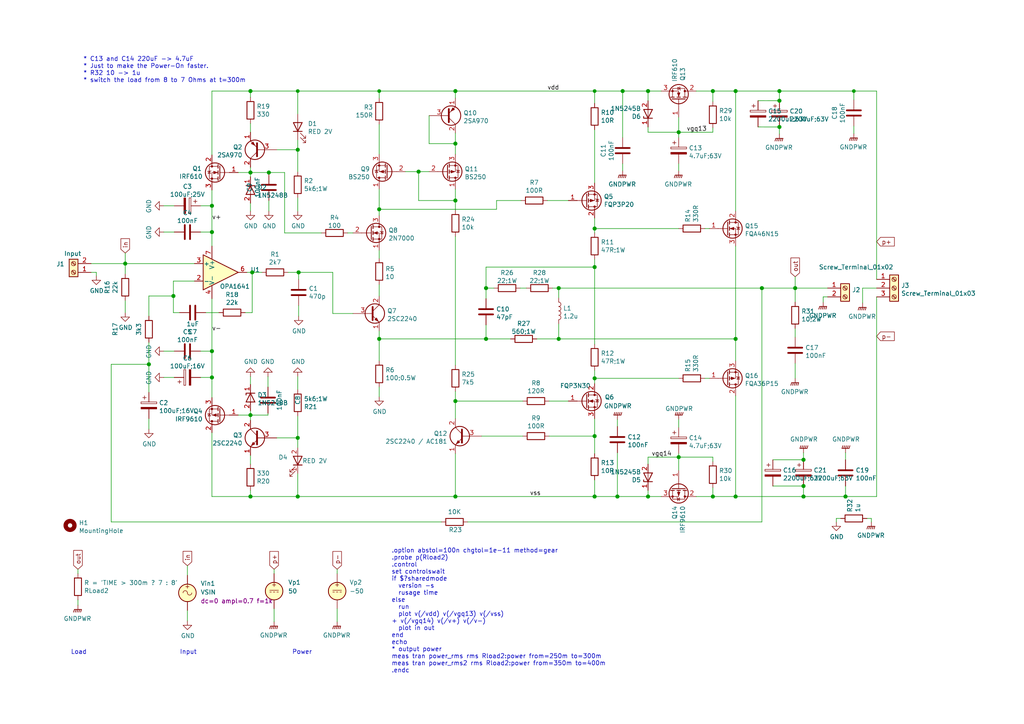
<source format=kicad_sch>
(kicad_sch (version 20231120) (generator "eeschema") (generator_version "8.0")
  (paper "A4")
  (title_block (title "Q17") (date "2021-03-31") (rev "1") (company "by eng. Tiberiu Vicol") (comment 2 "Updated to KiCad version 7.99 by Holger Vogt, September 2023") (comment 3 "Modified for KiCad/ngspice simulation by Holger Vogt, March 2022") (comment 4 "Q17 a QUAD405 audiophile approach"))
  (junction (at 86.36 26.416))
  (junction (at 187.96 144.018) (diameter 1.016))
  (junction (at 109.982 26.416))
  (junction (at 72.644 26.416) (diameter 1.016))
  (junction (at 213.36 26.416) (diameter 1.016))
  (junction (at 73.152 78.994) (diameter 1.016))
  (junction (at 36.322 76.454) (diameter 1.016))
  (junction (at 213.36 98.298) (diameter 1.016))
  (junction (at 162.052 83.566) (diameter 1.016))
  (junction (at 86.36 127) (diameter 1.016))
  (junction (at 245.237 144.018) (diameter 1.016))
  (junction (at 61.468 67.31) (diameter 1.016))
  (junction (at 140.97 98.298) (diameter 1.016))
  (junction (at 196.85 132.588) (diameter 1.016))
  (junction (at 172.466 77.47) (diameter 1.016))
  (junction (at 233.045 140.97) (diameter 1.016))
  (junction (at 206.756 144.018) (diameter 1.016))
  (junction (at 109.982 60.706) (diameter 1.016))
  (junction (at 162.052 98.298) (diameter 1.016))
  (junction (at 109.982 98.298) (diameter 1.016))
  (junction (at 213.36 144.018) (diameter 1.016))
  (junction (at 220.98 83.566) (diameter 1.016))
  (junction (at 43.18 105.664) (diameter 1.016))
  (junction (at 132.08 58.166) (diameter 1.016))
  (junction (at 72.644 144.018) (diameter 1.016))
  (junction (at 172.466 109.728) (diameter 1.016))
  (junction (at 206.756 26.416) (diameter 1.016))
  (junction (at 61.468 59.69) (diameter 1.016))
  (junction (at 86.614 78.994) (diameter 1.016))
  (junction (at 132.08 144.018) (diameter 1.016))
  (junction (at 77.978 50.038) (diameter 1.016))
  (junction (at 226.06 26.416) (diameter 1.016))
  (junction (at 72.644 120.396) (diameter 1.016))
  (junction (at 132.08 41.656) (diameter 1.016))
  (junction (at 172.466 144.018) (diameter 1.016))
  (junction (at 172.466 66.294) (diameter 1.016))
  (junction (at 187.96 26.416) (diameter 1.016))
  (junction (at 61.468 101.854) (diameter 1.016))
  (junction (at 61.468 109.474) (diameter 1.016))
  (junction (at 226.06 36.83) (diameter 1.016))
  (junction (at 230.632 83.566) (diameter 1.016))
  (junction (at 50.292 85.852) (diameter 1.016))
  (junction (at 132.08 26.416) (diameter 1.016))
  (junction (at 140.97 83.566) (diameter 1.016))
  (junction (at 247.65 26.416))
  (junction (at 172.466 26.416))
  (junction (at 233.045 144.018) (diameter 1.016))
  (junction (at 132.08 116.332) (diameter 1.016))
  (junction (at 180.594 26.416) (diameter 1.016))
  (junction (at 121.412 49.784) (diameter 1.016))
  (junction (at 72.644 50.038) (diameter 1.016))
  (junction (at 179.07 144.018) (diameter 1.016))
  (junction (at 86.36 43.434) (diameter 1.016))
  (junction (at 233.045 133.35) (diameter 1.016))
  (junction (at 86.36 144.018) (diameter 1.016))
  (junction (at 226.06 29.21) (diameter 1.016))
  (junction (at 196.85 38.354) (diameter 1.016))
  (junction (at 172.466 126.492) (diameter 1.016))
  (wire (pts (xy 86.614 78.994) (xy 96.52 78.994)))
  (wire (pts (xy 172.466 75.184) (xy 172.466 77.47)))
  (wire (pts (xy 80.264 43.434) (xy 86.36 43.434)))
  (wire (pts (xy 86.36 43.434) (xy 86.36 40.64)))
  (wire (pts (xy 132.08 26.416) (xy 109.982 26.416)))
  (wire (pts (xy 206.756 132.588) (xy 196.85 132.588)))
  (wire (pts (xy 206.756 133.858) (xy 206.756 132.588)))
  (wire (pts (xy 72.644 35.814) (xy 72.644 38.354)))
  (wire (pts (xy 196.85 121.666) (xy 196.85 123.952)))
  (wire (pts (xy 43.18 124.46) (xy 43.18 121.412)))
  (wire (pts (xy 77.978 50.038) (xy 82.55 50.038)))
  (wire (pts (xy 82.55 67.564) (xy 82.55 50.038)))
  (wire (pts (xy 93.218 67.564) (xy 82.55 67.564)))
  (wire (pts (xy 102.362 67.564) (xy 100.838 67.564)))
  (wire (pts (xy 26.416 78.994) (xy 27.94 78.994)))
  (wire (pts (xy 27.94 78.994) (xy 27.94 80.01)))
  (wire (pts (xy 206.756 26.416) (xy 206.756 29.464)))
  (wire (pts (xy 43.18 99.314) (xy 43.18 105.664)))
  (wire (pts (xy 43.18 105.664) (xy 43.18 113.792)))
  (wire (pts (xy 172.466 26.416) (xy 172.466 29.972)))
  (wire (pts (xy 86.36 127) (xy 86.36 120.65)))
  (wire (pts (xy 172.466 121.412) (xy 172.466 126.492)))
  (wire (pts (xy 172.466 126.492) (xy 172.466 131.572)))
  (wire (pts (xy 50.292 81.534) (xy 56.388 81.534)))
  (wire (pts (xy 50.292 85.852) (xy 50.292 81.534)))
  (wire (pts (xy 50.292 90.678) (xy 50.292 85.852)))
  (wire (pts (xy 52.07 90.678) (xy 50.292 90.678)))
  (wire (pts (xy 140.97 77.47) (xy 172.466 77.47)))
  (wire (pts (xy 140.97 83.566) (xy 140.97 77.47)))
  (wire (pts (xy 191.77 26.416) (xy 187.96 26.416)))
  (wire (pts (xy 72.644 48.514) (xy 72.644 50.038)))
  (wire (pts (xy 72.644 50.038) (xy 72.644 51.308)))
  (wire (pts (xy 71.12 90.678) (xy 73.152 90.678)))
  (wire (pts (xy 73.152 90.678) (xy 73.152 78.994)))
  (wire (pts (xy 196.85 47.498) (xy 196.85 49.53)))
  (wire (pts (xy 132.08 68.58) (xy 132.08 105.918)))
  (wire (pts (xy 196.85 34.036) (xy 196.85 38.354)))
  (wire (pts (xy 196.85 38.354) (xy 196.85 39.878)))
  (wire (pts (xy 196.85 38.354) (xy 206.756 38.354)))
  (wire (pts (xy 206.756 38.354) (xy 206.756 37.084)))
  (wire (pts (xy 179.07 123.698) (xy 179.07 121.666)))
  (wire (pts (xy 97.79 176.53) (xy 97.79 180.34)))
  (wire (pts (xy 230.632 80.264) (xy 230.632 83.566)))
  (wire (pts (xy 61.468 125.476) (xy 61.468 144.018)))
  (wire (pts (xy 79.502 165.1) (xy 79.502 166.37)))
  (wire (pts (xy 32.258 105.664) (xy 43.18 105.664)))
  (wire (pts (xy 32.258 151.384) (xy 32.258 105.664)))
  (wire (pts (xy 128.016 151.384) (xy 32.258 151.384)))
  (wire (pts (xy 233.045 144.018) (xy 245.237 144.018)))
  (wire (pts (xy 245.237 140.97) (xy 245.237 144.018)))
  (wire (pts (xy 132.08 38.608) (xy 132.08 41.656)))
  (wire (pts (xy 140.97 83.566) (xy 140.97 86.614)))
  (wire (pts (xy 143.256 83.566) (xy 140.97 83.566)))
  (wire (pts (xy 172.466 37.592) (xy 172.466 53.086)))
  (wire (pts (xy 36.322 73.406) (xy 36.322 76.454)))
  (wire (pts (xy 61.468 86.614) (xy 61.468 101.854)))
  (wire (pts (xy 61.468 101.854) (xy 61.468 109.474)))
  (wire (pts (xy 61.468 109.474) (xy 61.468 115.316)))
  (wire (pts (xy 172.466 26.416) (xy 180.594 26.416)))
  (wire (pts (xy 72.644 142.24) (xy 72.644 144.018)))
  (wire (pts (xy 86.36 26.416) (xy 109.982 26.416)))
  (wire (pts (xy 58.166 109.474) (xy 61.468 109.474)))
  (wire (pts (xy 96.52 90.932) (xy 96.52 78.994)))
  (wire (pts (xy 102.362 90.932) (xy 96.52 90.932)))
  (wire (pts (xy 22.606 165.1) (xy 22.606 166.37)))
  (wire (pts (xy 150.876 83.566) (xy 152.654 83.566)))
  (wire (pts (xy 160.274 83.566) (xy 162.052 83.566)))
  (wire (pts (xy 162.052 86.36) (xy 162.052 83.566)))
  (wire (pts (xy 254.254 144.018) (xy 245.237 144.018)))
  (wire (pts (xy 238.76 86.106) (xy 240.03 86.106)))
  (wire (pts (xy 238.76 87.63) (xy 238.76 86.106)))
  (wire (pts (xy 61.468 55.118) (xy 61.468 59.69)))
  (wire (pts (xy 61.468 59.69) (xy 61.468 67.31)))
  (wire (pts (xy 61.468 67.31) (xy 61.468 71.374)))
  (wire (pts (xy 132.08 116.332) (xy 151.638 116.332)))
  (wire (pts (xy 159.258 116.332) (xy 164.846 116.332)))
  (wire (pts (xy 220.98 83.566) (xy 220.98 151.384)))
  (wire (pts (xy 220.98 151.384) (xy 135.636 151.384)))
  (wire (pts (xy 58.166 67.31) (xy 61.468 67.31)))
  (wire (pts (xy 155.702 98.298) (xy 162.052 98.298)))
  (wire (pts (xy 162.052 93.98) (xy 162.052 98.298)))
  (wire (pts (xy 79.502 176.53) (xy 79.502 180.34)))
  (wire (pts (xy 204.47 66.294) (xy 205.74 66.294)))
  (wire (pts (xy 204.47 109.728) (xy 205.74 109.728)))
  (wire (pts (xy 47.498 67.31) (xy 50.546 67.31)))
  (wire (pts (xy 187.96 26.416) (xy 180.594 26.416)))
  (wire (pts (xy 206.756 26.416) (xy 201.93 26.416)))
  (wire (pts (xy 213.36 26.416) (xy 206.756 26.416)))
  (wire (pts (xy 213.36 61.214) (xy 213.36 26.416)))
  (wire (pts (xy 77.724 119.888) (xy 77.724 120.396)))
  (wire (pts (xy 77.724 120.396) (xy 72.644 120.396)))
  (wire (pts (xy 206.756 141.478) (xy 206.756 144.018)))
  (wire (pts (xy 213.36 71.374) (xy 213.36 98.298)))
  (wire (pts (xy 213.36 98.298) (xy 213.36 104.648)))
  (wire (pts (xy 132.08 113.538) (xy 132.08 116.332)))
  (wire (pts (xy 139.7 126.492) (xy 151.638 126.492)))
  (wire (pts (xy 159.258 126.492) (xy 172.466 126.492)))
  (wire (pts (xy 254.254 86.106) (xy 254.254 144.018)))
  (wire (pts (xy 72.644 111.506) (xy 72.644 109.22)))
  (wire (pts (xy 47.498 101.854) (xy 50.546 101.854)))
  (wire (pts (xy 172.466 107.442) (xy 172.466 109.728)))
  (wire (pts (xy 172.466 109.728) (xy 172.466 111.252)))
  (wire (pts (xy 132.08 116.332) (xy 132.08 121.412)))
  (wire (pts (xy 187.96 36.83) (xy 187.96 38.354)))
  (wire (pts (xy 187.96 38.354) (xy 196.85 38.354)))
  (wire (pts (xy 247.65 36.576) (xy 247.65 38.735)))
  (wire (pts (xy 86.36 113.03) (xy 86.36 109.22)))
  (wire (pts (xy 172.466 77.47) (xy 172.466 99.822)))
  (wire (pts (xy 109.982 54.864) (xy 109.982 60.706)))
  (wire (pts (xy 109.982 60.706) (xy 109.982 62.484)))
  (wire (pts (xy 109.982 72.644) (xy 109.982 74.93)))
  (wire (pts (xy 109.982 82.55) (xy 109.982 85.852)))
  (wire (pts (xy 83.566 78.994) (xy 86.614 78.994)))
  (wire (pts (xy 86.614 78.994) (xy 86.614 81.026)))
  (wire (pts (xy 77.978 50.038) (xy 72.644 50.038)))
  (wire (pts (xy 77.978 50.546) (xy 77.978 50.038)))
  (wire (pts (xy 132.08 41.656) (xy 132.08 44.704)))
  (wire (pts (xy 26.416 76.454) (xy 36.322 76.454)))
  (wire (pts (xy 36.322 76.454) (xy 36.322 79.502)))
  (wire (pts (xy 36.322 76.454) (xy 56.388 76.454)))
  (wire (pts (xy 140.97 94.234) (xy 140.97 98.298)))
  (wire (pts (xy 140.97 98.298) (xy 148.082 98.298)))
  (wire (pts (xy 86.36 57.404) (xy 86.36 61.214)))
  (wire (pts (xy 172.466 109.728) (xy 196.85 109.728)))
  (wire (pts (xy 58.166 59.69) (xy 61.468 59.69)))
  (wire (pts (xy 121.412 49.784) (xy 117.602 49.784)))
  (wire (pts (xy 36.322 87.122) (xy 36.322 90.678)))
  (wire (pts (xy 132.08 26.416) (xy 132.08 28.448)))
  (wire (pts (xy 179.07 144.018) (xy 172.466 144.018)))
  (wire (pts (xy 206.756 144.018) (xy 201.93 144.018)))
  (wire (pts (xy 213.36 114.808) (xy 213.36 144.018)))
  (wire (pts (xy 213.36 144.018) (xy 206.756 144.018)))
  (wire (pts (xy 132.08 131.572) (xy 132.08 144.018)))
  (wire (pts (xy 132.08 144.018) (xy 172.466 144.018)))
  (wire (pts (xy 172.466 144.018) (xy 172.466 139.192)))
  (wire (pts (xy 230.632 83.566) (xy 240.03 83.566)))
  (wire (pts (xy 124.46 33.528) (xy 124.46 41.656)))
  (wire (pts (xy 132.08 26.416) (xy 172.466 26.416)))
  (wire (pts (xy 245.237 133.35) (xy 245.237 131.318)))
  (wire (pts (xy 224.155 140.97) (xy 233.045 140.97)))
  (wire (pts (xy 72.644 121.92) (xy 72.644 120.396)))
  (wire (pts (xy 61.468 26.416) (xy 72.644 26.416)))
  (wire (pts (xy 61.468 44.958) (xy 61.468 26.416)))
  (wire (pts (xy 219.8627 36.818) (xy 226.06 36.83)))
  (wire (pts (xy 179.07 131.318) (xy 179.07 144.018)))
  (wire (pts (xy 43.18 85.852) (xy 43.18 91.694)))
  (wire (pts (xy 50.292 85.852) (xy 43.18 85.852)))
  (wire (pts (xy 72.644 26.416) (xy 86.36 26.416)))
  (wire (pts (xy 72.644 28.194) (xy 72.644 26.416)))
  (wire (pts (xy 86.36 26.416) (xy 86.36 33.02)))
  (wire (pts (xy 187.96 142.24) (xy 187.96 144.018)))
  (wire (pts (xy 97.79 165.1) (xy 97.79 166.37)))
  (wire (pts (xy 59.69 90.678) (xy 63.5 90.678)))
  (wire (pts (xy 121.412 58.166) (xy 121.412 49.784)))
  (wire (pts (xy 132.08 58.166) (xy 121.412 58.166)))
  (wire (pts (xy 144.018 58.166) (xy 151.13 58.166)))
  (wire (pts (xy 109.982 112.268) (xy 109.982 115.062)))
  (wire (pts (xy 213.36 144.018) (xy 233.045 144.018)))
  (wire (pts (xy 233.045 140.97) (xy 233.045 144.018)))
  (wire (pts (xy 61.468 144.018) (xy 72.644 144.018)))
  (wire (pts (xy 86.36 144.018) (xy 86.36 137.414)))
  (wire (pts (xy 71.628 78.994) (xy 73.152 78.994)))
  (wire (pts (xy 73.152 78.994) (xy 75.946 78.994)))
  (wire (pts (xy 224.155 133.35) (xy 233.045 133.35)))
  (wire (pts (xy 196.85 131.572) (xy 196.85 132.588)))
  (wire (pts (xy 196.85 132.588) (xy 196.85 136.398)))
  (wire (pts (xy 179.07 144.018) (xy 187.96 144.018)))
  (wire (pts (xy 187.96 144.018) (xy 191.77 144.018)))
  (wire (pts (xy 121.412 49.784) (xy 124.46 49.784)))
  (wire (pts (xy 162.052 83.566) (xy 220.98 83.566)))
  (wire (pts (xy 220.98 83.566) (xy 230.632 83.566)))
  (wire (pts (xy 230.632 83.566) (xy 230.632 87.63)))
  (wire (pts (xy 247.65 26.416) (xy 254.254 26.416)))
  (wire (pts (xy 180.594 26.416) (xy 180.594 39.878)))
  (wire (pts (xy 72.644 120.396) (xy 72.644 119.126)))
  (wire (pts (xy 144.018 58.166) (xy 144.018 60.706)))
  (wire (pts (xy 144.018 60.706) (xy 109.982 60.706)))
  (wire (pts (xy 251.46 150.368) (xy 252.73 150.368)))
  (wire (pts (xy 252.73 150.368) (xy 252.73 151.384)))
  (wire (pts (xy 242.57 150.368) (xy 243.84 150.368)))
  (wire (pts (xy 242.57 151.384) (xy 242.57 150.368)))
  (wire (pts (xy 58.166 101.854) (xy 61.468 101.854)))
  (wire (pts (xy 109.982 98.298) (xy 109.982 104.648)))
  (wire (pts (xy 140.97 98.298) (xy 109.982 98.298)))
  (wire (pts (xy 69.088 120.396) (xy 72.644 120.396)))
  (wire (pts (xy 226.06 26.416) (xy 247.65 26.416)))
  (wire (pts (xy 250.19 83.566) (xy 250.19 87.884)))
  (wire (pts (xy 254.254 83.566) (xy 250.19 83.566)))
  (wire (pts (xy 172.466 63.246) (xy 172.466 66.294)))
  (wire (pts (xy 172.466 66.294) (xy 172.466 67.564)))
  (wire (pts (xy 162.052 98.298) (xy 213.36 98.298)))
  (wire (pts (xy 47.498 109.474) (xy 50.546 109.474)))
  (wire (pts (xy 219.8627 29.198) (xy 226.06 29.21)))
  (wire (pts (xy 47.498 59.69) (xy 50.546 59.69)))
  (wire (pts (xy 86.36 127) (xy 86.36 129.794)))
  (wire (pts (xy 86.36 144.018) (xy 132.08 144.018)))
  (wire (pts (xy 254.254 26.416) (xy 254.254 81.026)))
  (wire (pts (xy 158.75 58.166) (xy 164.846 58.166)))
  (wire (pts (xy 22.606 173.99) (xy 22.606 175.514)))
  (wire (pts (xy 86.36 43.434) (xy 86.36 49.784)))
  (wire (pts (xy 77.978 61.214) (xy 77.978 58.166)))
  (wire (pts (xy 187.96 132.588) (xy 196.85 132.588)))
  (wire (pts (xy 187.96 134.62) (xy 187.96 132.588)))
  (wire (pts (xy 72.644 58.928) (xy 72.644 61.214)))
  (wire (pts (xy 132.08 54.864) (xy 132.08 58.166)))
  (wire (pts (xy 132.08 58.166) (xy 132.08 60.96)))
  (wire (pts (xy 247.65 26.416) (xy 247.65 28.956)))
  (wire (pts (xy 77.724 109.22) (xy 77.724 112.268)))
  (wire (pts (xy 80.264 127) (xy 86.36 127)))
  (wire (pts (xy 230.632 105.41) (xy 230.632 109.728)))
  (wire (pts (xy 69.088 50.038) (xy 72.644 50.038)))
  (wire (pts (xy 54.356 164.084) (xy 54.356 166.878)))
  (wire (pts (xy 86.614 88.646) (xy 86.614 91.694)))
  (wire (pts (xy 230.632 95.25) (xy 230.632 97.79)))
  (wire (pts (xy 226.06 36.83) (xy 226.06 38.862)))
  (wire (pts (xy 187.96 26.416) (xy 187.96 29.21)))
  (wire (pts (xy 172.466 66.294) (xy 196.85 66.294)))
  (wire (pts (xy 109.982 96.012) (xy 109.982 98.298)))
  (wire (pts (xy 180.594 47.498) (xy 180.594 49.53)))
  (wire (pts (xy 54.356 180.086) (xy 54.356 177.038)))
  (wire (pts (xy 72.644 144.018) (xy 86.36 144.018)))
  (wire (pts (xy 233.045 133.35) (xy 233.045 131.318)))
  (wire (pts (xy 109.982 36.068) (xy 109.982 44.704)))
  (wire (pts (xy 132.08 41.656) (xy 124.46 41.656)))
  (wire (pts (xy 226.06 26.416) (xy 213.36 26.416)))
  (wire (pts (xy 226.06 29.21) (xy 226.06 26.416)))
  (wire (pts (xy 72.644 134.62) (xy 72.644 132.08)))
  (wire (pts (xy 109.982 26.416) (xy 109.982 28.448)))
  (text "Load" (at 22.86 189.23 0) (effects (font (size 1.27 1.27))))
  (text "Input" (at 54.61 189.23 0) (effects (font (size 1.27 1.27))))
  (text "\n\n" (at 114.046 160.02 0) (effects (font (size 1.27 1.27)) (justify left bottom)))
  (text ".option abstol=100n chgtol=1e-11 method=gear\n.probe p(Rload2)\n.control\nset controlswait\nif $?sharedmode\n  version -s\n  rusage time\nelse\n  run\n  plot v(/vdd) v(/vgq13) v(/vss) \n+ v(/vgq14) v(/v+) v(/v-)\n  plot in out\nend\necho\n* output power\nmeas tran power_rms rms Rload2:power from=250m to=300m\nmeas tran power_rms2 rms Rload2:power from=350m to=400m\n.endc\n" (at 113.538 195.326 0) (effects (font (size 1.27 1.27)) (justify left bottom)))
  (text "* C13 and C14 220uF -> 4.7uF\n* Just to make the Power-On faster.\n* R32 10 -> 1u\n* switch the load from 8 to 7 Ohms at t=300m" (at 24.13 24.13 0) (effects (font (size 1.27 1.27)) (justify left bottom)))
  (text "Power" (at 87.63 189.23 0) (effects (font (size 1.27 1.27))))
  (label "v+" (at 61.468 64.008 0))
  (label "v-" (at 61.468 96.266 0))
  (label "vgq14" (at 188.976 132.588 0))
  (label "vss" (at 153.67 144.018 0))
  (label "vdd" (at 158.75 26.416 0))
  (label "vgq13" (at 199.136 38.354 0))
  (global_label "p+" (shape input) (at 79.502 165.1 90) (property "Intersheetrefs" "${INTERSHEET_REFS}" (effects (hide yes))))
  (global_label "out" (shape input) (at 22.606 165.1 90) (property "Intersheetrefs" "${INTERSHEET_REFS}" (effects (hide yes))))
  (global_label "p-" (shape input) (at 254.254 97.536 0) (property "Intersheetrefs" "${INTERSHEET_REFS}" (effects (hide yes))))
  (global_label "p-" (shape input) (at 97.79 165.1 90) (property "Intersheetrefs" "${INTERSHEET_REFS}" (effects (hide yes))))
  (global_label "p+" (shape input) (at 254.254 70.104 0) (property "Intersheetrefs" "${INTERSHEET_REFS}" (effects (hide yes))))
  (global_label "out" (shape input) (at 230.632 80.264 90) (property "Intersheetrefs" "${INTERSHEET_REFS}" (effects (hide yes))))
  (global_label "in" (shape input) (at 54.356 164.084 90) (property "Intersheetrefs" "${INTERSHEET_REFS}" (effects (hide yes))))
  (global_label "in" (shape input) (at 36.322 73.406 90) (property "Intersheetrefs" "${INTERSHEET_REFS}" (effects (hide yes))))
  (symbol (lib_id "Device:Q_NPN_ECB") (at 134.62 126.492 0) (mirror y) (unit 1)
    (property "Reference" "Q12" (at 129.7686 125.7311 0) (effects (justify left)))
    (property "Value" "2SC2240 / AC181" (at 129.7686 128.0298 0) (effects (justify left)))
    (property "Footprint" "Package_TO_SOT_THT:TO-92" (effects (hide yes)))
    (property "Sim.Library" "all_devices.lib" (effects (hide yes)))
    (property "Sim.Name" "Q2SC2240" (effects (hide yes)))
    (property "Sim.Pins" "2=1 3=2 1=3" (effects (hide yes)))
  )
  (symbol (lib_id "Simulation_SPICE:VDC") (at 79.502 171.45 0) (unit 1)
    (property "Reference" "Vp1" (at 83.566 168.9099 0) (effects (justify left)))
    (property "Value" "50" (at 83.566 171.4499 0) (effects (justify left)))
    (property "Sim.Device" "V" (effects (hide yes)))
    (property "Sim.Type" "DC" (effects (hide yes)))
    (property "Sim.Pins" "1=+ 2=-" (effects (hide yes)))
  )
  (symbol (lib_id "Device:R") (at 172.466 135.382 0) (unit 1)
    (property "Reference" "R13" (at 174.2441 134.2326 0) (effects (justify left)))
    (property "Value" "10R" (at 174.2441 136.5313 0) (effects (justify left)))
    (property "Footprint" "Resistor_THT:R_Axial_DIN0207_L6.3mm_D2.5mm_P10.16mm_Horizontal" (effects (hide yes)))
  )
  (symbol (lib_id "Device:C_Polarized") (at 226.06 33.02 0) (unit 1)
    (property "Reference" "C20" (at 228.9811 32.2591 0) (effects (justify left)))
    (property "Value" "2200uF;63V" (at 228.9811 34.5578 0) (effects (justify left)))
    (property "Footprint" "Capacitor_THT:CP_Radial_D22.0mm_P10.00mm_SnapIn" (effects (hide yes)))
  )
  (symbol (lib_id "power:GND") (at 36.322 90.678 0) (unit 1)
    (property "Reference" "#PWR0113" (effects (hide yes)))
    (property "Value" "GND" (at 36.4363 95.0024 0))
  )
  (symbol (lib_id "Device:C_Polarized") (at 233.045 137.16 0) (unit 1)
    (property "Reference" "C21" (at 235.9661 136.3991 0) (effects (justify left)))
    (property "Value" "2200uF;63V" (at 235.9661 138.6978 0) (effects (justify left)))
    (property "Footprint" "Capacitor_THT:CP_Radial_D22.0mm_P10.00mm_SnapIn" (effects (hide yes)))
  )
  (symbol (lib_id "Device:Q_PNP_ECB") (at 129.54 33.528 0) (mirror x) (unit 1)
    (property "Reference" "Q10" (at 134.3915 32.7671 0) (effects (justify left)))
    (property "Value" "2SA970" (at 134.3915 35.0658 0) (effects (justify left)))
    (property "Footprint" "Package_TO_SOT_THT:TO-92" (effects (hide yes)))
    (property "Sim.Library" "all_devices.lib" (effects (hide yes)))
    (property "Sim.Name" "QSA970" (effects (hide yes)))
    (property "Sim.Pins" "2=1 3=2 1=3" (effects (hide yes)))
  )
  (symbol (lib_id "Device:R") (at 230.632 91.44 0) (unit 1)
    (property "Reference" "R31" (at 232.4101 90.2906 0) (effects (justify left)))
    (property "Value" "10;2W" (at 232.41 92.589 0) (effects (justify left)))
    (property "Footprint" "Resistor_THT:R_Axial_DIN0309_L9.0mm_D3.2mm_P12.70mm_Horizontal" (effects (hide yes)))
  )
  (symbol (lib_id "Device:C") (at 54.356 67.31 90) (unit 1)
    (property "Reference" "C4" (at 54.356 61.7178 90))
    (property "Value" "100nF" (at 54.356 64.0165 90))
    (property "Footprint" "Capacitor_THT:C_Disc_D7.5mm_W2.5mm_P5.00mm" (effects (hide yes)))
    (property "Datasheet" "https://ro.mouser.com/datasheet/2/212/1/KEM_F3101_R82-1103738.pdf" (effects (hide yes)))
    (property "Sim.Device" "SPICE" (effects (hide yes)))
    (property "Sim.Params" "type=\"C\" model=\"100n\" lib=\"\"" (effects (hide yes)))
    (property "Sim.Pins" "1=1 2=2" (effects (hide yes)))
  )
  (symbol (lib_name "Connector:Screw_Terminal_01x02_1") (lib_id "Connector:Screw_Terminal_01x02") (at 245.11 83.566 0) (unit 1) (exclude_from_sim yes)
    (property "Reference" "J2" (at 247.1421 84.0751 0) (effects (justify left)))
    (property "Value" "Screw_Terminal_01x02" (at 237.49 77.47 0) (effects (justify left)))
    (property "Footprint" "Connector_AMASS:AMASS_XT30U-F_1x02_P5.0mm_Vertical" (effects (hide yes)))
  )
  (symbol (lib_id "power:GND") (at 43.18 124.46 0) (unit 1)
    (property "Reference" "#PWR0107" (effects (hide yes)))
    (property "Value" "GND" (at 43.2943 128.7844 0))
  )
  (symbol (lib_id "Device:R") (at 79.756 78.994 90) (unit 1)
    (property "Reference" "R1" (at 79.756 73.7678 90))
    (property "Value" "2k7" (at 79.756 76.0665 90))
    (property "Footprint" "Resistor_THT:R_Axial_DIN0207_L6.3mm_D2.5mm_P10.16mm_Horizontal" (effects (hide yes)))
  )
  (symbol (lib_id "power:GNDPWR") (at 196.85 121.666 180) (unit 1)
    (property "Reference" "#PWR0121" (effects (hide yes)))
    (property "Value" "GNDPWR" (at 196.977 118.525 0))
  )
  (symbol (lib_id "Device:C") (at 179.07 127.508 0) (unit 1)
    (property "Reference" "C12" (at 181.9911 126.7471 0) (effects (justify left)))
    (property "Value" "100nF" (at 181.9911 129.0458 0) (effects (justify left)))
    (property "Footprint" "Capacitor_THT:C_Disc_D7.5mm_W2.5mm_P5.00mm" (effects (hide yes)))
    (property "Datasheet" "https://ro.mouser.com/datasheet/2/212/1/KEM_F3101_R82-1103738.pdf" (effects (hide yes)))
    (property "Sim.Device" "SPICE" (effects (hide yes)))
    (property "Sim.Params" "type=\"C\" model=\"100n\" lib=\"\"" (effects (hide yes)))
    (property "Sim.Pins" "1=1 2=2" (effects (hide yes)))
  )
  (symbol (lib_id "Device:R") (at 172.466 71.374 0) (unit 1)
    (property "Reference" "R11" (at 174.2441 70.2246 0) (effects (justify left)))
    (property "Value" "47R;1W" (at 174.2441 72.5233 0) (effects (justify left)))
    (property "Footprint" "Resistor_THT:R_Axial_DIN0411_L9.9mm_D3.6mm_P12.70mm_Horizontal" (effects (hide yes)))
  )
  (symbol (lib_id "Device:R") (at 155.448 126.492 90) (unit 1)
    (property "Reference" "R9" (at 155.448 121.2658 90))
    (property "Value" "100R" (at 155.448 123.565 90))
    (property "Footprint" "Resistor_THT:R_Axial_DIN0207_L6.3mm_D2.5mm_P10.16mm_Horizontal" (effects (hide yes)))
  )
  (symbol (lib_id "Device:R") (at 86.36 116.84 0) (mirror x) (unit 1)
    (property "Reference" "R21" (at 88.1381 117.9894 0) (effects (justify left)))
    (property "Value" "5k6;1W" (at 88.138 115.691 0) (effects (justify left)))
    (property "Footprint" "Resistor_THT:R_Axial_DIN0207_L6.3mm_D2.5mm_P10.16mm_Horizontal" (effects (hide yes)))
  )
  (symbol (lib_id "Device:LED") (at 86.36 36.83 90) (unit 1)
    (property "Reference" "D1" (at 89.2811 35.8711 90) (effects (justify right)))
    (property "Value" "RED 2V" (at 89.2811 38.1698 90) (effects (justify right)))
    (property "Footprint" "LED_THT:LED_D5.0mm_Clear" (effects (hide yes)))
    (property "Sim.Library" "all_devices.lib" (effects (hide yes)))
    (property "Sim.Name" "LED1" (effects (hide yes)))
    (property "Sim.Pins" "2=1 1=2" (effects (hide yes)))
  )
  (symbol (lib_id "Device:Q_NPN_ECB") (at 75.184 127 0) (mirror y) (unit 1)
    (property "Reference" "Q3" (at 70.3326 126.2391 0) (effects (justify left)))
    (property "Value" "2SC2240" (at 70.3326 128.5378 0) (effects (justify left)))
    (property "Footprint" "Package_TO_SOT_THT:TO-92" (effects (hide yes)))
    (property "Sim.Library" "all_devices.lib" (effects (hide yes)))
    (property "Sim.Name" "Q2SC2240" (effects (hide yes)))
    (property "Sim.Pins" "2=1 3=2 1=3" (effects (hide yes)))
  )
  (symbol (lib_id "Device:C_Polarized") (at 224.155 137.16 0) (unit 1)
    (property "Reference" "C16" (at 227.0761 136.3991 0) (effects (justify left)))
    (property "Value" "2200uF;63V" (at 227.0761 138.6978 0) (effects (justify left)))
    (property "Footprint" "Capacitor_THT:CP_Radial_D18.0mm_P7.50mm" (effects (hide yes)))
  )
  (symbol (lib_id "Device:R") (at 200.66 109.728 90) (unit 1)
    (property "Reference" "R15" (at 199.5106 107.9499 0) (effects (justify left)))
    (property "Value" "330R" (at 201.8093 107.9499 0) (effects (justify left)))
    (property "Footprint" "Resistor_THT:R_Axial_DIN0207_L6.3mm_D2.5mm_P10.16mm_Horizontal" (effects (hide yes)))
  )
  (symbol (lib_id "power:GNDPWR") (at 179.07 121.666 180) (unit 1)
    (property "Reference" "#PWR0120" (effects (hide yes)))
    (property "Value" "GNDPWR" (at 179.197 117.748 0))
  )
  (symbol (lib_id "Device:C") (at 180.594 43.688 180) (unit 1)
    (property "Reference" "C11" (at 175.0018 43.688 90))
    (property "Value" "100nF" (at 177.3005 43.688 90))
    (property "Footprint" "Capacitor_THT:C_Disc_D7.5mm_W2.5mm_P5.00mm" (effects (hide yes)))
    (property "Datasheet" "https://ro.mouser.com/datasheet/2/212/1/KEM_F3101_R82-1103738.pdf" (effects (hide yes)))
    (property "Sim.Device" "SPICE" (effects (hide yes)))
    (property "Sim.Params" "type=\"C\" model=\"100n\" lib=\"\"" (effects (hide yes)))
    (property "Sim.Pins" "1=1 2=2" (effects (hide yes)))
  )
  (symbol (lib_id "power:GND") (at 242.57 151.384 0) (unit 1)
    (property "Reference" "#PWR0124" (effects (hide yes)))
    (property "Value" "GND" (at 242.6843 155.7084 0))
  )
  (symbol (lib_id "power:GNDPWR") (at 250.19 87.884 0) (unit 1)
    (property "Reference" "#PWR0128" (effects (hide yes)))
    (property "Value" "GNDPWR" (at 250.063 91.802 0))
  )
  (symbol (lib_id "Device:C") (at 77.978 54.356 180) (unit 1)
    (property "Reference" "C9" (at 72.3858 54.356 90))
    (property "Value" "100nF" (at 74.6845 54.356 90))
    (property "Footprint" "Capacitor_THT:C_Disc_D7.5mm_W2.5mm_P5.00mm" (effects (hide yes)))
    (property "Datasheet" "https://ro.mouser.com/datasheet/2/212/1/KEM_F3101_R82-1103738.pdf" (effects (hide yes)))
    (property "Sim.Device" "SPICE" (effects (hide yes)))
    (property "Sim.Params" "type=\"C\" model=\"100n\" lib=\"\"" (effects (hide yes)))
    (property "Sim.Pins" "1=1 2=2" (effects (hide yes)))
  )
  (symbol (lib_id "power:GND") (at 27.94 80.01 0) (unit 1)
    (property "Reference" "#PWR0114" (effects (hide yes)))
    (property "Value" "GND" (at 28.0543 84.3344 0))
  )
  (symbol (lib_name "LED_1") (lib_id "Device:LED") (at 86.36 133.604 270) (mirror x) (unit 1)
    (property "Reference" "D4" (at 83.4389 132.6451 90) (effects (justify right)))
    (property "Value" "RED 2V" (at 94.8689 133.6738 90) (effects (justify right)))
    (property "Footprint" "LED_THT:LED_D5.0mm_Clear" (effects (hide yes)))
    (property "Sim.Library" "all_devices.lib" (effects (hide yes)))
    (property "Sim.Name" "LED1" (effects (hide yes)))
    (property "Sim.Pins" "2=1 1=2" (effects (hide yes)))
  )
  (symbol (lib_id "Device:R") (at 200.66 66.294 90) (unit 1)
    (property "Reference" "R14" (at 199.5106 64.5159 0) (effects (justify left)))
    (property "Value" "330R" (at 201.8093 64.5159 0) (effects (justify left)))
    (property "Footprint" "Resistor_THT:R_Axial_DIN0207_L6.3mm_D2.5mm_P10.16mm_Horizontal" (effects (hide yes)))
  )
  (symbol (lib_id "Device:R") (at 172.466 33.782 0) (unit 1)
    (property "Reference" "R10" (at 174.2441 32.6326 0) (effects (justify left)))
    (property "Value" "10R" (at 174.2441 34.9313 0) (effects (justify left)))
    (property "Footprint" "Resistor_THT:R_Axial_DIN0207_L6.3mm_D2.5mm_P10.16mm_Horizontal" (effects (hide yes)))
  )
  (symbol (lib_id "power:GNDPWR") (at 233.045 131.318 180) (unit 1)
    (property "Reference" "#PWR0125" (effects (hide yes)))
    (property "Value" "GNDPWR" (at 233.172 127.4 0))
  )
  (symbol (lib_id "Device:R") (at 147.066 83.566 90) (unit 1)
    (property "Reference" "R26" (at 147.066 79.1168 90))
    (property "Value" "22;1W" (at 147.066 81.4155 90))
    (property "Footprint" "Resistor_THT:R_Axial_DIN0207_L6.3mm_D2.5mm_P10.16mm_Horizontal" (effects (hide yes)))
  )
  (symbol (lib_name "D_Zener_2") (lib_id "Device:D_Zener") (at 187.96 33.02 90) (unit 1)
    (property "Reference" "D6" (at 185.9279 33.7809 90) (effects (justify left)))
    (property "Value" "1N5245B" (at 185.9279 31.4822 90) (effects (justify left)))
    (property "Footprint" "Diode_THT:D_DO-35_SOD27_P7.62mm_Horizontal" (effects (hide yes)))
    (property "Sim.Library" "all_devices.lib" (effects (hide yes)))
    (property "Sim.Name" "D1N5245/TEMP" (effects (hide yes)))
    (property "Sim.Pins" "2=1 1=2" (effects (hide yes)))
  )
  (symbol (lib_id "Device:R") (at 36.322 83.312 180) (unit 1)
    (property "Reference" "R16" (at 31.0958 83.312 90))
    (property "Value" "22k" (at 33.3945 83.312 90))
    (property "Footprint" "Resistor_THT:R_Axial_DIN0207_L6.3mm_D2.5mm_P10.16mm_Horizontal" (effects (hide yes)))
  )
  (symbol (lib_id "power:GNDPWR") (at 226.06 38.862 0) (unit 1)
    (property "Reference" "#PWR0118" (effects (hide yes)))
    (property "Value" "GNDPWR" (at 225.933 42.78 0))
  )
  (symbol (lib_id "Device:Q_NPN_ECB") (at 107.442 90.932 0) (unit 1)
    (property "Reference" "Q7" (at 112.2935 90.1711 0) (effects (justify left)))
    (property "Value" "2SC2240" (at 112.2935 92.4698 0) (effects (justify left)))
    (property "Footprint" "Package_TO_SOT_THT:TO-92" (effects (hide yes)))
    (property "Sim.Library" "all_devices.lib" (effects (hide yes)))
    (property "Sim.Name" "Q2SC2240" (effects (hide yes)))
    (property "Sim.Pins" "2=1 3=2 1=3" (effects (hide yes)))
  )
  (symbol (lib_id "Device:C") (at 55.88 90.678 270) (unit 1)
    (property "Reference" "C7" (at 55.88 96.2702 90))
    (property "Value" "1uF" (at 55.88 93.9715 90))
    (property "Footprint" "Capacitor_THT:CP_Axial_L26.5mm_D20.0mm_P33.00mm_Horizontal" (effects (hide yes)))
  )
  (symbol (lib_id "Device:C_Polarized") (at 54.356 109.474 90) (unit 1)
    (property "Reference" "C6" (at 54.356 103.8818 90))
    (property "Value" "100uF;16V" (at 54.356 106.1805 90))
    (property "Footprint" "Capacitor_THT:C_Radial_D10.0mm_H12.5mm_P5.00mm" (effects (hide yes)))
  )
  (symbol (lib_id "Device:Q_NMOS_GDS") (at 210.82 66.294 0) (unit 1)
    (property "Reference" "Q15" (at 216.0271 65.5331 0) (effects (justify left)))
    (property "Value" "FQA46N15" (at 216.0271 67.8318 0) (effects (justify left)))
    (property "Footprint" "Package_TO_SOT_THT:TO-3P-3_Horizontal_TabDown" (effects (hide yes)))
    (property "Sim.Library" "all_devices.lib" (effects (hide yes)))
    (property "Sim.Name" "FQA46N15" (effects (hide yes)))
    (property "Sim.Pins" "2=1 1=2 3=3" (effects (hide yes)))
  )
  (symbol (lib_id "Device:C_Polarized") (at 196.85 43.688 0) (unit 1)
    (property "Reference" "C13" (at 199.7711 42.9271 0) (effects (justify left)))
    (property "Value" "4.7uF;63V" (at 199.7711 45.2258 0) (effects (justify left)))
    (property "Footprint" "Capacitor_THT:CP_Radial_D10.0mm_P5.00mm_P7.50mm" (effects (hide yes)))
  )
  (symbol (lib_id "Device:L") (at 162.052 90.17 0) (unit 1)
    (property "Reference" "L1" (at 163.3221 89.4091 0) (effects (justify left)))
    (property "Value" "1.2u" (at 163.3221 91.7078 0) (effects (justify left)))
    (property "Footprint" "inductor:L" (effects (hide yes)))
  )
  (symbol (lib_id "Device:R") (at 72.644 32.004 0) (unit 1)
    (property "Reference" "R19" (at 74.4221 30.8546 0) (effects (justify left)))
    (property "Value" "330" (at 74.422 33.153 0) (effects (justify left)))
    (property "Footprint" "Resistor_THT:R_Axial_DIN0207_L6.3mm_D2.5mm_P10.16mm_Horizontal" (effects (hide yes)))
  )
  (symbol (lib_id "Device:C_Polarized") (at 43.18 117.602 0) (unit 1)
    (property "Reference" "C2" (at 46.1011 116.8411 0) (effects (justify left)))
    (property "Value" "100uF;16V" (at 46.1011 119.1398 0) (effects (justify left)))
    (property "Footprint" "Capacitor_THT:C_Radial_D10.0mm_H12.5mm_P5.00mm" (effects (hide yes)))
  )
  (symbol (lib_id "Device:R") (at 151.892 98.298 90) (unit 1)
    (property "Reference" "R27" (at 151.892 93.8488 90))
    (property "Value" "560;1W" (at 151.892 96.1475 90))
    (property "Footprint" "Resistor_THT:R_Axial_DIN0207_L6.3mm_D2.5mm_P10.16mm_Horizontal" (effects (hide yes)))
  )
  (symbol (lib_id "Device:R") (at 172.466 103.632 0) (unit 1)
    (property "Reference" "R12" (at 174.2441 102.4826 0) (effects (justify left)))
    (property "Value" "47R;1W" (at 174.2441 104.7813 0) (effects (justify left)))
    (property "Footprint" "Resistor_THT:R_Axial_DIN0411_L9.9mm_D3.6mm_P12.70mm_Horizontal" (effects (hide yes)))
  )
  (symbol (lib_id "Device:C") (at 86.614 84.836 0) (unit 1)
    (property "Reference" "C1" (at 89.5351 83.6866 0) (effects (justify left)))
    (property "Value" "470p" (at 89.5351 85.9853 0) (effects (justify left)))
    (property "Footprint" "Capacitor_THT:C_Disc_D11.0mm_W5.0mm_P7.50mm" (effects (hide yes)))
  )
  (symbol (lib_id "Device:R") (at 86.36 53.594 0) (unit 1)
    (property "Reference" "R2" (at 88.1381 52.4446 0) (effects (justify left)))
    (property "Value" "5k6;1W" (at 88.138 54.743 0) (effects (justify left)))
    (property "Footprint" "Resistor_THT:R_Axial_DIN0207_L6.3mm_D2.5mm_P10.16mm_Horizontal" (effects (hide yes)))
  )
  (symbol (lib_id "power:GND") (at 72.644 61.214 0) (unit 1)
    (property "Reference" "#PWR0110" (effects (hide yes)))
    (property "Value" "GND" (at 72.7583 65.5384 0))
  )
  (symbol (lib_id "Device:R") (at 206.756 33.274 0) (unit 1)
    (property "Reference" "R29" (at 208.5341 32.1246 0) (effects (justify left)))
    (property "Value" "10k" (at 208.534 34.423 0) (effects (justify left)))
    (property "Footprint" "Resistor_THT:R_Axial_DIN0207_L6.3mm_D2.5mm_P10.16mm_Horizontal" (effects (hide yes)))
  )
  (symbol (lib_id "Device:C_Polarized") (at 196.85 127.762 0) (unit 1)
    (property "Reference" "C14" (at 199.7711 127.0011 0) (effects (justify left)))
    (property "Value" "4.7uF;63V" (at 199.7711 129.2998 0) (effects (justify left)))
    (property "Footprint" "Capacitor_THT:CP_Radial_D10.0mm_P5.00mm_P7.50mm" (effects (hide yes)))
  )
  (symbol (lib_id "Device:R") (at 154.94 58.166 90) (unit 1)
    (property "Reference" "R7" (at 154.94 52.9398 90))
    (property "Value" "100R" (at 154.94 55.2385 90))
    (property "Footprint" "Resistor_THT:R_Axial_DIN0207_L6.3mm_D2.5mm_P10.16mm_Horizontal" (effects (hide yes)))
  )
  (symbol (lib_id "Simulation_SPICE:VDC") (at 97.79 171.45 0) (unit 1)
    (property "Reference" "Vp2" (at 101.346 168.9099 0) (effects (justify left)))
    (property "Value" "-50" (at 101.346 171.4499 0) (effects (justify left)))
    (property "Sim.Device" "V" (effects (hide yes)))
    (property "Sim.Type" "DC" (effects (hide yes)))
    (property "Sim.Pins" "1=+ 2=-" (effects (hide yes)))
  )
  (symbol (lib_id "Transistor_FET:BS250") (at 112.522 49.784 180) (unit 1)
    (property "Reference" "Q9" (at 107.315 49.0231 0) (effects (justify left)))
    (property "Value" "BS250" (at 107.315 51.3218 0) (effects (justify left)))
    (property "Footprint" "Package_TO_SOT_THT:TO-92_Inline" (effects (hide yes)))
    (property "Datasheet" "http://www.vishay.com/docs/70209/70209.pdf" (effects (hide yes)))
    (property "Sim.Library" "all_devices.lib" (effects (hide yes)))
    (property "Sim.Name" "BS250P" (effects (hide yes)))
    (property "Sim.Pins" "1=3 2=4 3=5" (effects (hide yes)))
    (property "Sim.Device" "SUBCKT" (effects (hide yes)))
  )
  (symbol (lib_id "power:GND") (at 47.498 59.69 270) (unit 1)
    (property "Reference" "#PWR0109" (effects (hide yes)))
    (property "Value" "GND" (at 43.1736 59.8043 0))
  )
  (symbol (lib_id "Device:C") (at 140.97 90.424 0) (unit 1)
    (property "Reference" "C10" (at 143.8911 89.6631 0) (effects (justify left)))
    (property "Value" "47pF" (at 143.8911 91.9618 0) (effects (justify left)))
    (property "Footprint" "Capacitor_THT:C_Disc_D11.0mm_W5.0mm_P7.50mm" (effects (hide yes)))
  )
  (symbol (lib_id "Device:R") (at 97.028 67.564 90) (unit 1)
    (property "Reference" "R4" (at 97.028 63.1148 90))
    (property "Value" "100" (at 97.028 65.4135 90))
    (property "Footprint" "Resistor_THT:R_Axial_DIN0207_L6.3mm_D2.5mm_P10.16mm_Horizontal" (effects (hide yes)))
  )
  (symbol (lib_id "Device:C_Polarized") (at 219.8627 33.008 0) (unit 1)
    (property "Reference" "C15" (at 222.7838 32.2471 0) (effects (justify left)))
    (property "Value" "2200uF;63V" (at 222.7838 34.5458 0) (effects (justify left)))
    (property "Footprint" "Capacitor_THT:CP_Radial_D18.0mm_P7.50mm" (effects (hide yes)))
  )
  (symbol (lib_id "Device:R") (at 155.448 116.332 90) (unit 1)
    (property "Reference" "R8" (at 155.448 111.1058 90))
    (property "Value" "120R" (at 155.448 113.4045 90))
    (property "Footprint" "Resistor_THT:R_Axial_DIN0207_L6.3mm_D2.5mm_P10.16mm_Horizontal" (effects (hide yes)))
  )
  (symbol (lib_id "Device:R") (at 43.18 95.504 180) (unit 1)
    (property "Reference" "R17" (at 33.3818 95.504 90))
    (property "Value" "3k3" (at 40.2525 95.504 90))
    (property "Footprint" "Resistor_THT:R_Axial_DIN0207_L6.3mm_D2.5mm_P10.16mm_Horizontal" (effects (hide yes)))
  )
  (symbol (lib_id "power:GNDPWR") (at 252.73 151.384 0) (unit 1)
    (property "Reference" "#PWR0123" (effects (hide yes)))
    (property "Value" "GNDPWR" (at 252.603 155.302 0))
  )
  (symbol (lib_id "power:GND") (at 47.498 109.474 270) (unit 1)
    (property "Reference" "#PWR0111" (effects (hide yes)))
    (property "Value" "GND" (at 43.1736 109.5883 0))
  )
  (symbol (lib_id "Device:R") (at 109.982 78.74 0) (unit 1)
    (property "Reference" "R5" (at 111.7601 77.9791 0) (effects (justify left)))
    (property "Value" "10" (at 111.7601 80.2778 0) (effects (justify left)))
    (property "Footprint" "Resistor_THT:R_Axial_DIN0207_L6.3mm_D2.5mm_P10.16mm_Horizontal" (effects (hide yes)))
  )
  (symbol (lib_id "Connector:Screw_Terminal_01x02") (at 21.336 78.994 180) (unit 1) (exclude_from_sim yes)
    (property "Reference" "J1" (at 17.526 76.5768 0))
    (property "Value" "Input" (at 21.082 73.5415 0))
    (property "Footprint" "Connector_Stocko:Stocko_MKS_1651-6-0-202_1x2_P2.50mm_Vertical" (effects (hide yes)))
  )
  (symbol (lib_id "Device:R") (at 206.756 137.668 0) (unit 1)
    (property "Reference" "R30" (at 208.5341 136.5186 0) (effects (justify left)))
    (property "Value" "10k" (at 208.534 138.817 0) (effects (justify left)))
    (property "Footprint" "Resistor_THT:R_Axial_DIN0207_L6.3mm_D2.5mm_P10.16mm_Horizontal" (effects (hide yes)))
  )
  (symbol (lib_id "Device:R") (at 109.982 32.258 0) (mirror y) (unit 1)
    (property "Reference" "R3" (at 108.2039 31.1086 0) (effects (justify left)))
    (property "Value" "150R" (at 108.204 33.407 0) (effects (justify left)))
    (property "Footprint" "Resistor_THT:R_Axial_DIN0207_L6.3mm_D2.5mm_P10.16mm_Horizontal" (effects (hide yes)))
  )
  (symbol (lib_id "Device:R") (at 132.08 109.728 0) (unit 1)
    (property "Reference" "R25" (at 133.8581 108.5786 0) (effects (justify left)))
    (property "Value" "7k5" (at 133.858 110.877 0) (effects (justify left)))
    (property "Footprint" "Resistor_THT:R_Axial_DIN0207_L6.3mm_D2.5mm_P10.16mm_Horizontal" (effects (hide yes)))
  )
  (symbol (lib_id "Amplifier_Operational:OPA1641") (at 64.008 78.994 0) (unit 1)
    (property "Reference" "U1" (at 72.6441 78.2331 0) (effects (justify left)))
    (property "Value" "OPA1641" (at 63.7541 83.0718 0) (effects (justify left)))
    (property "Footprint" "Package_SO:SOIC-8_3.9x4.9mm_P1.27mm" (effects (hide yes)))
    (property "Datasheet" "http://www.ti.com/lit/ds/symlink/opa1641.pdf" (effects (hide yes)))
    (property "Sim.Library" "OPA1641.LIB" (effects (hide yes)))
    (property "Sim.Name" "OPA1641" (effects (hide yes)))
    (property "Sim.Pins" "3=1 2=2 7=3 4=4 6=5" (effects (hide yes)))
  )
  (symbol (lib_id "Transistor_FET:2N7000") (at 107.442 67.564 0) (unit 1)
    (property "Reference" "Q8" (at 112.6491 66.8031 0) (effects (justify left)))
    (property "Value" "2N7000" (at 112.6491 69.1018 0) (effects (justify left)))
    (property "Footprint" "Package_TO_SOT_THT:TO-92_Inline" (effects (hide yes)))
    (property "Datasheet" "https://www.onsemi.com/pub/Collateral/NDS7002A-D.PDF" (effects (hide yes)))
    (property "Sim.Library" "all_devices.lib" (effects (hide yes)))
    (property "Sim.Name" "2N7000_ZX" (effects (hide yes)))
    (property "Sim.Pins" "1=5 2=4 3=3" (effects (hide yes)))
    (property "Sim.Device" "SUBCKT" (effects (hide yes)))
  )
  (symbol (lib_id "Device:Q_NMOS_GDS") (at 169.926 116.332 0) (unit 1)
    (property "Reference" "Q6" (at 175.3871 115.1826 0) (effects (justify left)))
    (property "Value" "FQP3N30" (at 162.4331 111.8933 0) (effects (justify left)))
    (property "Footprint" "Package_TO_SOT_THT:TO-220-3_Vertical" (effects (hide yes)))
    (property "Sim.Library" "all_devices.lib" (effects (hide yes)))
    (property "Sim.Name" "FQP3N30" (effects (hide yes)))
    (property "Sim.Pins" "1=1 2=2 3=3" (effects (hide yes)))
    (property "Sim.Device" "SUBCKT" (effects (hide yes)))
  )
  (symbol (lib_id "Device:R") (at 67.31 90.678 90) (unit 1)
    (property "Reference" "R18" (at 67.31 85.4518 90))
    (property "Value" "22k" (at 67.31 87.7505 90))
    (property "Footprint" "Resistor_THT:R_Axial_DIN0207_L6.3mm_D2.5mm_P10.16mm_Horizontal" (effects (hide yes)))
  )
  (symbol (lib_id "power:GND") (at 86.36 61.214 0) (unit 1)
    (property "Reference" "#PWR0102" (effects (hide yes)))
    (property "Value" "GND" (at 86.4743 65.5384 0))
  )
  (symbol (lib_id "power:GNDPWR") (at 196.85 49.53 0) (unit 1)
    (property "Reference" "#PWR0116" (effects (hide yes)))
    (property "Value" "GNDPWR" (at 196.723 53.448 0))
  )
  (symbol (lib_id "Device:Q_PMOS_GDS") (at 64.008 120.396 180) (unit 1)
    (property "Reference" "Q4" (at 58.8009 119.2466 0) (effects (justify left)))
    (property "Value" "IRF9610" (at 58.8009 121.5453 0) (effects (justify left)))
    (property "Footprint" "Package_TO_SOT_THT:TO-220-3_Vertical" (effects (hide yes)))
    (property "Sim.Library" "all_devices.lib" (effects (hide yes)))
    (property "Sim.Name" "IRF9610h" (effects (hide yes)))
    (property "Sim.Pins" "2=1 1=2 3=3" (effects (hide yes)))
  )
  (symbol (lib_id "Mechanical:MountingHole") (at 20.32 152.4 0) (unit 1) (exclude_from_sim yes)
    (property "Reference" "H1" (at 22.8601 151.6391 0) (effects (justify left)))
    (property "Value" "MountingHole" (at 22.8601 153.9378 0) (effects (justify left)))
    (property "Footprint" "MountingHole:MountingHole_3.2mm_M3_Pad_Via" (effects (hide yes)))
  )
  (symbol (lib_id "Transistor_FET:BS250") (at 129.54 49.784 0) (mirror x) (unit 1)
    (property "Reference" "Q11" (at 134.7471 49.0231 0) (effects (justify left)))
    (property "Value" "BS250" (at 134.7471 51.3218 0) (effects (justify left)))
    (property "Footprint" "Package_TO_SOT_THT:TO-92_Inline" (effects (hide yes)))
    (property "Datasheet" "http://www.vishay.com/docs/70209/70209.pdf" (effects (hide yes)))
    (property "Sim.Library" "all_devices.lib" (effects (hide yes)))
    (property "Sim.Name" "BS250P" (effects (hide yes)))
    (property "Sim.Pins" "1=3 2=4 3=5" (effects (hide yes)))
  )
  (symbol (lib_id "Device:R") (at 109.982 108.458 0) (unit 1)
    (property "Reference" "R6" (at 111.7601 107.3086 0) (effects (justify left)))
    (property "Value" "100;0.5W" (at 111.76 109.607 0) (effects (justify left)))
    (property "Footprint" "Resistor_THT:R_Axial_DIN0207_L6.3mm_D2.5mm_P10.16mm_Horizontal" (effects (hide yes)))
  )
  (symbol (lib_id "power:GND") (at 72.644 109.22 0) (mirror x) (unit 1)
    (property "Reference" "#PWR0104" (effects (hide yes)))
    (property "Value" "GND" (at 72.7583 104.8956 0))
  )
  (symbol (lib_id "power:GNDPWR") (at 230.632 109.728 0) (unit 1)
    (property "Reference" "#PWR0122" (effects (hide yes)))
    (property "Value" "GNDPWR" (at 230.505 113.646 0))
  )
  (symbol (lib_id "Connector:Screw_Terminal_01x03") (at 259.334 83.566 0) (unit 1) (exclude_from_sim yes)
    (property "Reference" "J3" (at 261.3661 82.8051 0) (effects (justify left)))
    (property "Value" "Screw_Terminal_01x03" (at 261.3661 85.1038 0) (effects (justify left)))
    (property "Footprint" "TerminalBlock:TerminalBlock_Altech_AK300-3_P5.00mm" (effects (hide yes)))
  )
  (symbol (lib_id "power:GNDPWR") (at 180.594 49.53 0) (unit 1)
    (property "Reference" "#PWR0117" (effects (hide yes)))
    (property "Value" "GNDPWR" (at 180.467 53.448 0))
  )
  (symbol (lib_id "Device:R") (at 132.08 64.77 0) (unit 1)
    (property "Reference" "R24" (at 133.8581 63.6206 0) (effects (justify left)))
    (property "Value" "10k" (at 133.858 65.919 0) (effects (justify left)))
    (property "Footprint" "Resistor_THT:R_Axial_DIN0207_L6.3mm_D2.5mm_P10.16mm_Horizontal" (effects (hide yes)))
  )
  (symbol (lib_id "power:GNDPWR") (at 238.76 87.63 0) (unit 1)
    (property "Reference" "#PWR0127" (effects (hide yes)))
    (property "Value" "GNDPWR" (at 238.633 91.548 0))
  )
  (symbol (lib_id "Device:Q_PMOS_GDS") (at 169.926 58.166 0) (mirror x) (unit 1)
    (property "Reference" "Q5" (at 175.1331 57.0166 0) (effects (justify left)))
    (property "Value" "FQP3P20" (at 175.1331 59.3153 0) (effects (justify left)))
    (property "Footprint" "Package_TO_SOT_THT:TO-220-3_Vertical" (effects (hide yes)))
    (property "Sim.Library" "all_devices.lib" (effects (hide yes)))
    (property "Sim.Name" "FQP3P20" (effects (hide yes)))
    (property "Sim.Pins" "2=1 1=2 3=3" (effects (hide yes)))
  )
  (symbol (lib_id "Device:Q_NMOS_GDS") (at 196.85 28.956 270) (mirror x) (unit 1)
    (property "Reference" "Q13" (at 197.9994 23.4949 0) (effects (justify left)))
    (property "Value" "IRF610" (at 195.7007 23.7489 0) (effects (justify left)))
    (property "Footprint" "Package_TO_SOT_THT:TO-220-3_Vertical" (effects (hide yes)))
    (property "Sim.Library" "all_devices.lib" (effects (hide yes)))
    (property "Sim.Name" "IRF610h" (effects (hide yes)))
    (property "Sim.Pins" "2=1 1=2 3=3" (effects (hide yes)))
  )
  (symbol (lib_id "power:GND") (at 86.36 109.22 0) (mirror x) (unit 1)
    (property "Reference" "#PWR0105" (effects (hide yes)))
    (property "Value" "GND" (at 86.4743 104.8956 0))
  )
  (symbol (lib_name "D_Zener_3") (lib_id "Device:D_Zener") (at 187.96 138.43 90) (unit 1)
    (property "Reference" "D5" (at 185.9279 139.1909 90) (effects (justify left)))
    (property "Value" "1N5245B" (at 185.9279 136.8922 90) (effects (justify left)))
    (property "Footprint" "Diode_THT:D_DO-35_SOD27_P7.62mm_Horizontal" (effects (hide yes)))
    (property "Sim.Library" "all_devices.lib" (effects (hide yes)))
    (property "Sim.Name" "D1N5245/TEMP" (effects (hide yes)))
    (property "Sim.Pins" "2=1 1=2" (effects (hide yes)))
  )
  (symbol (lib_id "power:GNDPWR") (at 245.237 131.318 180) (unit 1)
    (property "Reference" "#PWR0126" (effects (hide yes)))
    (property "Value" "GNDPWR" (at 245.364 127.4 0))
  )
  (symbol (lib_id "power:GND") (at 86.614 91.694 0) (unit 1)
    (property "Reference" "#PWR0101" (effects (hide yes)))
    (property "Value" "GND" (at 86.7283 96.0184 0))
  )
  (symbol (lib_id "Device:R") (at 72.644 138.43 0) (mirror x) (unit 1)
    (property "Reference" "R20" (at 74.4221 139.5794 0) (effects (justify left)))
    (property "Value" "330" (at 74.422 137.281 0) (effects (justify left)))
    (property "Footprint" "Resistor_THT:R_Axial_DIN0207_L6.3mm_D2.5mm_P10.16mm_Horizontal" (effects (hide yes)))
  )
  (symbol (lib_id "Device:Q_PNP_ECB") (at 75.184 43.434 180) (unit 1)
    (property "Reference" "Q2" (at 70.3325 42.6731 0) (effects (justify left)))
    (property "Value" "2SA970" (at 70.3325 44.9718 0) (effects (justify left)))
    (property "Footprint" "Package_TO_SOT_THT:TO-92" (effects (hide yes)))
    (property "Sim.Library" "all_devices.lib" (effects (hide yes)))
    (property "Sim.Name" "QSA970" (effects (hide yes)))
    (property "Sim.Pins" "2=1 3=2 1=3" (effects (hide yes)))
  )
  (symbol (lib_id "power:GND") (at 47.498 67.31 270) (unit 1)
    (property "Reference" "#PWR0115" (effects (hide yes)))
    (property "Value" "GND" (at 43.1736 67.4243 0))
  )
  (symbol (lib_id "Device:C") (at 77.724 116.078 0) (unit 1)
    (property "Reference" "C8" (at 86.3642 116.078 90))
    (property "Value" "100nF" (at 81.0175 116.078 90))
    (property "Footprint" "Capacitor_THT:C_Disc_D7.5mm_W2.5mm_P5.00mm" (effects (hide yes)))
    (property "Datasheet" "https://ro.mouser.com/datasheet/2/212/1/KEM_F3101_R82-1103738.pdf" (effects (hide yes)))
    (property "Sim.Device" "SPICE" (effects (hide yes)))
    (property "Sim.Params" "type=\"C\" model=\"100n\" lib=\"\"" (effects (hide yes)))
    (property "Sim.Pins" "1=1 2=2" (effects (hide yes)))
  )
  (symbol (lib_id "Device:Q_NMOS_GDS") (at 64.008 50.038 0) (mirror y) (unit 1)
    (property "Reference" "Q1" (at 58.5469 48.8886 0) (effects (justify left)))
    (property "Value" "IRF610" (at 58.8009 51.1873 0) (effects (justify left)))
    (property "Footprint" "Package_TO_SOT_THT:TO-220-3_Vertical" (effects (hide yes)))
    (property "Sim.Library" "all_devices.lib" (effects (hide yes)))
    (property "Sim.Name" "IRF610h" (effects (hide yes)))
    (property "Sim.Pins" "2=1 1=2 3=3" (effects (hide yes)))
  )
  (symbol (lib_id "power:GND") (at 77.978 61.214 0) (unit 1)
    (property "Reference" "#PWR0108" (effects (hide yes)))
    (property "Value" "GND" (at 78.0923 65.5384 0))
  )
  (symbol (lib_id "Device:Q_PMOS_GDS") (at 196.85 141.478 270) (unit 1)
    (property "Reference" "Q14" (at 195.7006 146.6851 0) (effects (justify left)))
    (property "Value" "IRF9610" (at 197.9993 146.6851 0) (effects (justify left)))
    (property "Footprint" "Package_TO_SOT_THT:TO-220-3_Vertical" (effects (hide yes)))
    (property "Sim.Library" "all_devices.lib" (effects (hide yes)))
    (property "Sim.Name" "IRF9610h" (effects (hide yes)))
    (property "Sim.Pins" "2=1 1=2 3=3" (effects (hide yes)))
  )
  (symbol (lib_id "power:GND") (at 47.498 101.854 270) (unit 1)
    (property "Reference" "#PWR0112" (effects (hide yes)))
    (property "Value" "GND" (at 43.1736 101.9683 0))
  )
  (symbol (lib_id "power:GND") (at 109.982 115.062 0) (unit 1)
    (property "Reference" "#PWR0103" (effects (hide yes)))
    (property "Value" "GND" (at 110.0963 119.3864 0))
  )
  (symbol (lib_id "power:GND") (at 77.724 109.22 180) (unit 1)
    (property "Reference" "#PWR0106" (effects (hide yes)))
    (property "Value" "GND" (at 77.6097 104.8956 0))
  )
  (symbol (lib_id "Device:C") (at 247.65 32.766 180) (unit 1)
    (property "Reference" "C18" (at 242.0578 32.766 90))
    (property "Value" "100nF" (at 244.3565 32.766 90))
    (property "Footprint" "Capacitor_THT:C_Disc_D7.5mm_W2.5mm_P5.00mm" (effects (hide yes)))
    (property "Datasheet" "https://ro.mouser.com/datasheet/2/212/1/KEM_F3101_R82-1103738.pdf" (effects (hide yes)))
    (property "Sim.Device" "SPICE" (effects (hide yes)))
    (property "Sim.Params" "type=\"C\" model=\"100n\" lib=\"\"" (effects (hide yes)))
    (property "Sim.Pins" "1=1 2=2" (effects (hide yes)))
  )
  (symbol (lib_id "power:GNDPWR") (at 79.502 180.34 0) (unit 1)
    (property "Reference" "#PWR0129" (effects (hide yes)))
    (property "Value" "GNDPWR" (at 79.375 184.258 0))
  )
  (symbol (lib_id "Device:R") (at 22.606 170.18 0) (mirror x) (unit 1)
    (property "Reference" "RLoad2" (at 24.3841 171.3294 0) (effects (justify left)))
    (property "Value" "R = 'TIME > 300m ? 7 : 8'" (at 24.384 169.031 0) (effects (justify left)))
    (property "Footprint" "Resistor_THT:R_Axial_DIN0207_L6.3mm_D2.5mm_P10.16mm_Horizontal" (effects (hide yes)))
  )
  (symbol (lib_id "Device:D_Zener") (at 72.644 115.316 90) (mirror x) (unit 1)
    (property "Reference" "D3" (at 74.6761 114.5551 90) (effects (justify right)))
    (property "Value" "1N5248B" (at 74.6761 116.8538 90) (effects (justify right)))
    (property "Footprint" "Diode_THT:D_DO-35_SOD27_P7.62mm_Horizontal" (effects (hide yes)))
    (property "Sim.Library" "all_devices.lib" (effects (hide yes)))
    (property "Sim.Name" "D1N5248/TEMP" (effects (hide yes)))
    (property "Sim.Pins" "2=1 1=2" (effects (hide yes)))
  )
  (symbol (lib_id "power:GND") (at 54.356 180.086 0) (unit 1)
    (property "Reference" "#PWR0131" (effects (hide yes)))
    (property "Value" "GND" (at 54.4703 184.4104 0))
  )
  (symbol (lib_id "power:GNDPWR") (at 22.606 175.514 0) (unit 1)
    (property "Reference" "#PWR0132" (effects (hide yes)))
    (property "Value" "GNDPWR" (at 22.479 179.432 0))
  )
  (symbol (lib_id "power:GNDPWR") (at 97.79 180.34 0) (unit 1)
    (property "Reference" "#PWR0130" (effects (hide yes)))
    (property "Value" "GNDPWR" (at 97.663 184.258 0))
  )
  (symbol (lib_id "power:GNDPWR") (at 247.65 38.735 0) (unit 1)
    (property "Reference" "#PWR0119" (effects (hide yes)))
    (property "Value" "GNDPWR" (at 247.523 42.653 0))
  )
  (symbol (lib_name "D_Zener_1") (lib_id "Device:D_Zener") (at 72.644 55.118 270) (unit 1)
    (property "Reference" "D2" (at 74.6761 54.3571 90) (effects (justify left)))
    (property "Value" "1N5248B" (at 74.6761 56.6558 90) (effects (justify left)))
    (property "Footprint" "Diode_THT:D_DO-35_SOD27_P7.62mm_Horizontal" (effects (hide yes)))
    (property "Sim.Library" "all_devices.lib" (effects (hide yes)))
    (property "Sim.Name" "D1N5248/TEMP" (effects (hide yes)))
    (property "Sim.Pins" "2=1 1=2" (effects (hide yes)))
  )
  (symbol (lib_id "Device:R") (at 131.826 151.384 90) (unit 1)
    (property "Reference" "R23" (at 132.08 153.67 90))
    (property "Value" "10K" (at 131.826 148.4565 90))
    (property "Footprint" "Resistor_THT:R_Axial_DIN0207_L6.3mm_D2.5mm_P10.16mm_Horizontal" (effects (hide yes)))
  )
  (symbol (lib_id "Device:C") (at 245.237 137.16 180) (unit 1)
    (property "Reference" "C19" (at 248.1581 136.3991 0) (effects (justify right)))
    (property "Value" "100nF" (at 248.1581 138.6978 0) (effects (justify right)))
    (property "Footprint" "Capacitor_THT:C_Disc_D7.5mm_W2.5mm_P5.00mm" (effects (hide yes)))
    (property "Datasheet" "https://ro.mouser.com/datasheet/2/212/1/KEM_F3101_R82-1103738.pdf" (effects (hide yes)))
    (property "Sim.Device" "SPICE" (effects (hide yes)))
    (property "Sim.Params" "type=\"C\" model=\"100n\" lib=\"\"" (effects (hide yes)))
    (property "Sim.Pins" "1=1 2=2" (effects (hide yes)))
  )
  (symbol (lib_id "Device:R") (at 156.464 83.566 90) (unit 1)
    (property "Reference" "R28" (at 156.464 79.1168 90))
    (property "Value" "22;1W" (at 156.464 81.4155 90))
    (property "Footprint" "Resistor_THT:R_Axial_DIN0207_L6.3mm_D2.5mm_P10.16mm_Horizontal" (effects (hide yes)))
  )
  (symbol (lib_id "Device:C") (at 54.356 101.854 90) (unit 1)
    (property "Reference" "C5" (at 54.356 96.2618 90))
    (property "Value" "100nF" (at 54.356 98.5605 90))
    (property "Footprint" "Capacitor_THT:C_Disc_D7.5mm_W2.5mm_P5.00mm" (effects (hide yes)))
    (property "Datasheet" "https://ro.mouser.com/datasheet/2/212/1/KEM_F3101_R82-1103738.pdf" (effects (hide yes)))
    (property "Sim.Device" "SPICE" (effects (hide yes)))
    (property "Sim.Params" "type=\"C\" model=\"100n\" lib=\"\"" (effects (hide yes)))
    (property "Sim.Pins" "1=1 2=2" (effects (hide yes)))
  )
  (symbol (lib_id "Device:R") (at 247.65 150.368 90) (unit 1)
    (property "Reference" "R32" (at 246.5006 148.5899 0) (effects (justify left)))
    (property "Value" "1u" (at 248.799 148.59 0) (effects (justify left)))
    (property "Footprint" "Resistor_THT:R_Axial_DIN0207_L6.3mm_D2.5mm_P10.16mm_Horizontal" (effects (hide yes)))
  )
  (symbol (lib_id "Device:C_Polarized") (at 54.356 59.69 270) (unit 1)
    (property "Reference" "C3" (at 54.356 54.0978 90))
    (property "Value" "100uF;25V" (at 54.356 56.3965 90))
    (property "Footprint" "Capacitor_THT:C_Radial_D10.0mm_H12.5mm_P5.00mm" (effects (hide yes)))
  )
  (symbol (lib_id "Device:Q_PMOS_GDS") (at 210.82 109.728 0) (mirror x) (unit 1)
    (property "Reference" "Q16" (at 216.0271 108.9671 0) (effects (justify left)))
    (property "Value" "FQA36P15" (at 216.0271 111.2658 0) (effects (justify left)))
    (property "Footprint" "Package_TO_SOT_THT:TO-3P-3_Horizontal_TabDown" (effects (hide yes)))
    (property "Sim.Library" "all_devices.lib" (effects (hide yes)))
    (property "Sim.Name" "FQA36P15" (effects (hide yes)))
    (property "Sim.Pins" "2=1 1=2 3=3" (effects (hide yes)))
  )
  (symbol (lib_id "Device:C") (at 230.632 101.6 0) (unit 1)
    (property "Reference" "C17" (at 233.5531 100.8391 0) (effects (justify left)))
    (property "Value" "100nF" (at 233.5531 103.1378 0) (effects (justify left)))
    (property "Footprint" "Capacitor_THT:C_Rect_L18.0mm_W11.0mm_P15.00mm_FKS3_FKP3" (effects (hide yes)))
  )
  (symbol (lib_id "Simulation_SPICE:VSIN") (at 54.356 171.958 0) (unit 1)
    (property "Reference" "Vin1" (at 58.166 169.2281 0) (effects (justify left)))
    (property "Value" "VSIN" (at 58.166 171.7681 0) (effects (justify left)))
    (property "Sim.Device" "V" (effects (hide yes)))
    (property "Sim.Type" "SIN" (effects (hide yes)))
    (property "Sim.Params" "dc=0 ampl=0.7 f=1k" (at 58.166 174.3081 0) (effects (justify left)))
    (property "Sim.Pins" "1=+ 2=-" (effects (hide yes)))
  )
)
</source>
